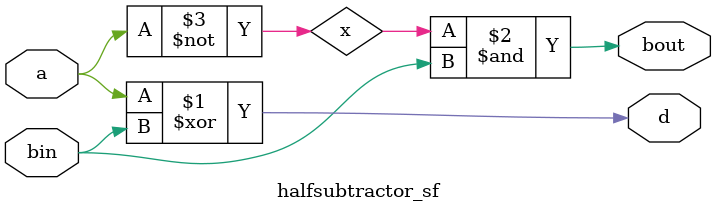
<source format=v>
`timescale 1ns / 1ps


module halfsubtractor_sf(d,bout,a,bin);
output d,bout;
input a,bin;

wire x;

xor (d,a,bin);
not (x,a);
and (bout,x,bin);

endmodule

</source>
